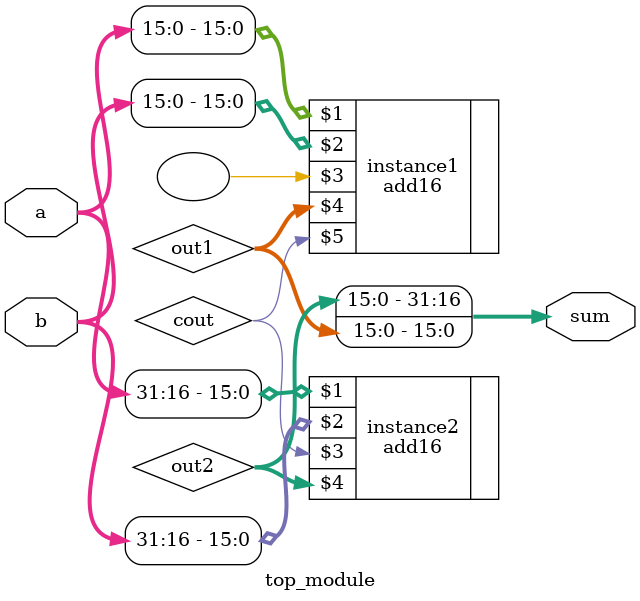
<source format=v>
module top_module(
    input [31:0] a,b,
    output [31:0] sum);
    wire [15:0] out1,out2;
    wire cout;
    add16 instance1(a[15:0],b[15:0],,out1,cout);
    add16 instance2(a[31:16],b[31:16],cout,out2,);
    assign sum[15:0] = out1;
    assign sum[31:16] = out2;
endmodule
</source>
